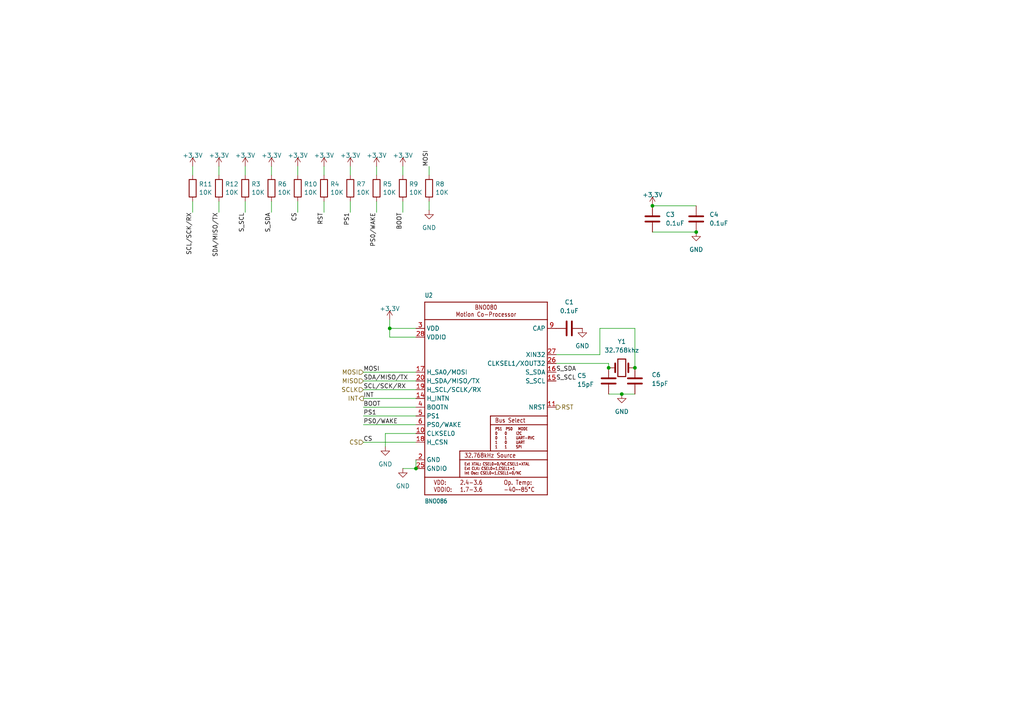
<source format=kicad_sch>
(kicad_sch (version 20231120) (generator "eeschema") (generator_version "8.0")
  (paper "A4")
  (lib_symbols
    (symbol "Adafruit_BNO08x-eagle-import:BNO080"
      (property "Reference" "U" (at -17.78 29.21 0))
      (symbol "BNO080_1_0"
        (polyline (pts (xy -17.78 -27.94) (xy 17.78 -27.94)) (stroke (width 0.254)))
        (polyline (pts (xy -17.78 -22.86) (xy -17.78 -27.94)) (stroke (width 0.254)))
        (polyline (pts (xy -17.78 -22.86) (xy -17.78 22.86)) (stroke (width 0.254)))
        (polyline (pts (xy -17.78 22.86) (xy -17.78 27.94)) (stroke (width 0.254)))
        (polyline (pts (xy -17.78 22.86) (xy 17.78 22.86)) (stroke (width 0.254)))
        (polyline (pts (xy -17.78 27.94) (xy 17.78 27.94)) (stroke (width 0.254)))
        (polyline (pts (xy -7.62 -22.86) (xy -17.78 -22.86)) (stroke (width 0.254)))
        (polyline (pts (xy -7.62 -22.86) (xy -7.62 -17.78)) (stroke (width 0.254)))
        (polyline (pts (xy -7.62 -17.78) (xy -7.62 -15.24)) (stroke (width 0.254)))
        (polyline (pts (xy -7.62 -17.78) (xy 17.78 -17.78)) (stroke (width 0.254)))
        (polyline (pts (xy -7.62 -15.24) (xy 1.27 -15.24)) (stroke (width 0.254)))
        (polyline (pts (xy 1.27 -15.24) (xy 17.78 -15.24)) (stroke (width 0.254)))
        (polyline (pts (xy 1.27 -7.62) (xy 1.27 -15.24)) (stroke (width 0.254)))
        (polyline (pts (xy 1.27 -7.62) (xy 17.78 -7.62)) (stroke (width 0.254)))
        (polyline (pts (xy 1.27 -5.08) (xy 1.27 -7.62)) (stroke (width 0.254)))
        (polyline (pts (xy 17.78 -27.94) (xy 17.78 -22.86)) (stroke (width 0.254)))
        (polyline (pts (xy 17.78 -22.86) (xy -7.62 -22.86)) (stroke (width 0.254)))
        (polyline (pts (xy 17.78 -17.78) (xy 17.78 -22.86)) (stroke (width 0.254)))
        (polyline (pts (xy 17.78 -15.24) (xy 17.78 -17.78)) (stroke (width 0.254)))
        (polyline (pts (xy 17.78 -7.62) (xy 17.78 -15.24)) (stroke (width 0.254)))
        (polyline (pts (xy 17.78 -5.08) (xy 1.27 -5.08)) (stroke (width 0.254)))
        (polyline (pts (xy 17.78 -5.08) (xy 17.78 -7.62)) (stroke (width 0.254)))
        (polyline (pts (xy 17.78 22.86) (xy 17.78 -5.08)) (stroke (width 0.254)))
        (polyline (pts (xy 17.78 27.94) (xy 17.78 22.86)) (stroke (width 0.254)))
        (text "2.4-3.6\n1.7-3.6" (at -7.62 -25.4 0) (effects (font (size 1.27 1.0795)) (justify left)))
        (text "32.768kHz Source" (at -6.35 -16.51 0) (effects (font (size 1.27 1.0795)) (justify left)))
        (text "BNO080\nMotion Co-Processor" (at 0 25.4 0) (effects (font (size 1.27 1.0795))))
        (text "Bus Select" (at 2.54 -6.35 0) (effects (font (size 1.27 1.0795)) (justify left)))
        (text "Ext XTAL: CSEL0=0/NC,CSEL1=XTAL\nExt CLK: CSEL0=1,CSEL1=1\nInt Osc: CSEL0=1,CSEL1=0/NC" (at -6.35 -20.32 0) (effects (font (size 0.8128 0.6908)) (justify left)))
        (text "Op. Temp:\n-40~~85°C" (at 5.08 -25.4 0) (effects (font (size 1.27 1.0795)) (justify left)))
        (text "PS1  PS0   MODE\n0    0     I2C\n0    1     UART-RVC\n1    0     UART\n1    1     SPI" (at 2.54 -11.43 0) (effects (font (size 0.8128 0.6908)) (justify left)))
        (text "VDD:\nVDDIO:" (at -15.24 -25.4 0) (effects (font (size 1.27 1.0795)) (justify left)))
        (pin input line (at -20.32 -10.16 0) (length 2.54) (name "CLKSEL0") (number "10"))
        (pin input line (at 20.32 -2.54 180) (length 2.54) (name "NRST") (number "11"))
        (pin output line (at -20.32 0 0) (length 2.54) (name "H_INTN") (number "14"))
        (pin bidirectional line (at 20.32 5.08 180) (length 2.54) (name "S_SCL") (number "15"))
        (pin bidirectional line (at 20.32 7.62 180) (length 2.54) (name "S_SDA") (number "16"))
        (pin output line (at -20.32 7.62 0) (length 2.54) (name "H_SA0/MOSI") (number "17"))
        (pin input line (at -20.32 -12.7 0) (length 2.54) (name "H_CSN") (number "18"))
        (pin bidirectional line (at -20.32 2.54 0) (length 2.54) (name "H_SCL/SCLK/RX") (number "19"))
        (pin power_in line (at -20.32 -17.78 0) (length 2.54) (name "GND") (number "2"))
        (pin bidirectional line (at -20.32 5.08 0) (length 2.54) (name "H_SDA/MISO/TX") (number "20"))
        (pin power_in line (at -20.32 -20.32 0) (length 2.54) (name "GNDIO") (number "25"))
        (pin output line (at 20.32 10.16 180) (length 2.54) (name "CLKSEL1/XOUT32") (number "26"))
        (pin input line (at 20.32 12.7 180) (length 2.54) (name "XIN32") (number "27"))
        (pin power_in line (at -20.32 17.78 0) (length 2.54) (name "VDDIO") (number "28"))
        (pin power_in line (at -20.32 20.32 0) (length 2.54) (name "VDD") (number "3"))
        (pin input line (at -20.32 -2.54 0) (length 2.54) (name "BOOTN") (number "4"))
        (pin input line (at -20.32 -5.08 0) (length 2.54) (name "PS1") (number "5"))
        (pin input line (at -20.32 -7.62 0) (length 2.54) (name "PS0/WAKE") (number "6"))
        (pin passive line (at 20.32 20.32 180) (length 2.54) (name "CAP") (number "9"))
      )
    )
    (symbol "Device:C" (pin_numbers hide) (pin_names (offset 0.254))
      (property "Reference" "C" (at 0.635 2.54 0))
      (property "Value" "C" (at 0.635 -2.54 0))
      (symbol "C_0_1"
        (polyline (pts (xy -2.032 -0.762) (xy 2.032 -0.762)) (stroke (width 0.508)))
        (polyline (pts (xy -2.032 0.762) (xy 2.032 0.762)) (stroke (width 0.508)))
      )
      (symbol "C_1_1"
        (pin passive line (at 0 3.81 270) (length 2.794) (name "~") (number "1"))
        (pin passive line (at 0 -3.81 90) (length 2.794) (name "~") (number "2"))
      )
    )
    (symbol "Device:Crystal" (pin_numbers hide) (pin_names (offset 1.016) hide)
      (property "Reference" "Y" (at 0 3.81 0))
      (property "Value" "Crystal" (at 0 -3.81 0))
      (symbol "Crystal_0_1"
        (rectangle (start -1.143 2.54) (end 1.143 -2.54) (stroke (width 0.3048)))
        (polyline (pts (xy -2.54 0) (xy -1.905 0)))
        (polyline (pts (xy -1.905 -1.27) (xy -1.905 1.27)) (stroke (width 0.508)))
        (polyline (pts (xy 1.905 -1.27) (xy 1.905 1.27)) (stroke (width 0.508)))
        (polyline (pts (xy 2.54 0) (xy 1.905 0)))
      )
      (symbol "Crystal_1_1"
        (pin passive line (at -3.81 0 0) (length 1.27) (name "1") (number "1"))
        (pin passive line (at 3.81 0 180) (length 1.27) (name "2") (number "2"))
      )
    )
    (symbol "Device:R" (pin_numbers hide) (pin_names (offset 0))
      (property "Reference" "R" (at 2.032 0 90))
      (property "Value" "R" (at 0 0 90))
      (symbol "R_0_1"
        (rectangle (start -1.016 -2.54) (end 1.016 2.54) (stroke (width 0.254)))
      )
      (symbol "R_1_1"
        (pin passive line (at 0 3.81 270) (length 1.27) (name "~") (number "1"))
        (pin passive line (at 0 -3.81 90) (length 1.27) (name "~") (number "2"))
      )
    )
    (symbol "power:+3.3V" (power) (pin_names (offset 0))
      (property "Value" "+3.3V" (at 0 3.556 0))
      (symbol "+3.3V_0_1"
        (polyline (pts (xy -0.762 1.27) (xy 0 2.54)))
        (polyline (pts (xy 0 0) (xy 0 2.54)))
        (polyline (pts (xy 0 2.54) (xy 0.762 1.27)))
      )
      (symbol "+3.3V_1_1"
        (pin power_in line (at 0 0 90) (length 0) hide (name "+3.3V") (number "1"))
      )
    )
    (symbol "power:GND" (power) (pin_numbers hide) (pin_names (offset 0) hide)
      (property "Value" "GND" (at 0 -3.81 0))
      (symbol "GND_0_1"
        (polyline (pts (xy 0 0) (xy 0 -1.27) (xy 1.27 -1.27) (xy 0 -2.54) (xy -1.27 -1.27) (xy 0 -1.27)))
      )
      (symbol "GND_1_1"
        (pin power_in line (at 0 0 270) (length 0) (name "~") (number "1"))
      )
    )
  )
  (junction (at 189.23 59.69))
  (junction (at 201.93 67.31))
  (junction (at 113.03 95.25))
  (junction (at 180.34 114.3))
  (junction (at 176.53 106.68))
  (junction (at 184.15 106.68))
  (junction (at 120.65 135.89))
  (wire (pts (xy 78.74 48.26) (xy 78.74 50.8)))
  (wire (pts (xy 120.65 115.57) (xy 105.41 115.57)) (stroke (width 0.1524)))
  (wire (pts (xy 55.88 58.42) (xy 55.88 61.595)) (stroke (width 0.1524)))
  (wire (pts (xy 173.99 102.87) (xy 173.99 95.25)))
  (wire (pts (xy 189.23 67.31) (xy 201.93 67.31)))
  (wire (pts (xy 161.29 102.87) (xy 173.99 102.87)))
  (wire (pts (xy 116.84 135.89) (xy 120.65 135.89)))
  (wire (pts (xy 111.76 125.73) (xy 111.76 129.54)))
  (wire (pts (xy 124.46 58.42) (xy 124.46 60.96)) (stroke (width 0.1524)))
  (wire (pts (xy 120.65 113.03) (xy 105.41 113.03)) (stroke (width 0.1524)))
  (wire (pts (xy 120.65 118.11) (xy 105.41 118.11)) (stroke (width 0.1524)))
  (wire (pts (xy 63.5 48.26) (xy 63.5 50.8)))
  (wire (pts (xy 71.12 58.42) (xy 71.12 61.595)) (stroke (width 0.1524)))
  (wire (pts (xy 120.65 110.49) (xy 105.41 110.49)) (stroke (width 0.1524)))
  (wire (pts (xy 116.84 50.8) (xy 116.84 48.26)) (stroke (width 0.1524)))
  (wire (pts (xy 55.88 50.8) (xy 55.88 48.26)) (stroke (width 0.1524)))
  (wire (pts (xy 173.99 95.25) (xy 184.15 95.25)))
  (wire (pts (xy 120.65 120.65) (xy 105.41 120.65)) (stroke (width 0.1524)))
  (wire (pts (xy 109.22 58.42) (xy 109.22 61.595)) (stroke (width 0.1524)))
  (wire (pts (xy 109.22 48.26) (xy 109.22 50.8)))
  (wire (pts (xy 63.5 58.42) (xy 63.5 61.595)) (stroke (width 0.1524)))
  (wire (pts (xy 78.74 58.42) (xy 78.74 61.595)) (stroke (width 0.1524)))
  (wire (pts (xy 180.34 114.3) (xy 184.15 114.3)))
  (wire (pts (xy 189.23 59.69) (xy 201.93 59.69)))
  (wire (pts (xy 101.6 50.8) (xy 101.6 48.26)) (stroke (width 0.1524)))
  (wire (pts (xy 113.03 95.25) (xy 113.03 97.79)))
  (wire (pts (xy 180.34 114.3) (xy 176.53 114.3)))
  (wire (pts (xy 101.6 58.42) (xy 101.6 61.595)) (stroke (width 0.1524)))
  (wire (pts (xy 86.36 50.8) (xy 86.36 48.26)) (stroke (width 0.1524)))
  (wire (pts (xy 120.65 128.27) (xy 105.41 128.27)) (stroke (width 0.1524)))
  (wire (pts (xy 113.03 95.25) (xy 120.65 95.25)))
  (wire (pts (xy 105.41 123.19) (xy 120.65 123.19)) (stroke (width 0.1524)))
  (wire (pts (xy 120.65 133.35) (xy 120.65 135.89)))
  (wire (pts (xy 184.15 95.25) (xy 184.15 106.68)))
  (wire (pts (xy 176.53 105.41) (xy 161.29 105.41)))
  (wire (pts (xy 93.98 58.42) (xy 93.98 61.595)) (stroke (width 0.1524)))
  (wire (pts (xy 120.65 107.95) (xy 105.41 107.95)) (stroke (width 0.1524)))
  (wire (pts (xy 111.76 125.73) (xy 120.65 125.73)))
  (wire (pts (xy 124.46 48.26) (xy 124.46 50.8)))
  (wire (pts (xy 113.03 97.79) (xy 120.65 97.79)))
  (wire (pts (xy 113.03 92.71) (xy 113.03 95.25)))
  (wire (pts (xy 93.98 48.26) (xy 93.98 50.8)))
  (wire (pts (xy 71.12 50.8) (xy 71.12 48.26)) (stroke (width 0.1524)))
  (wire (pts (xy 116.84 58.42) (xy 116.84 61.595)) (stroke (width 0.1524)))
  (wire (pts (xy 86.36 58.42) (xy 86.36 61.595)) (stroke (width 0.1524)))
  (wire (pts (xy 176.53 105.41) (xy 176.53 106.68)))
  (label "CS" (at 105.41 128.27 0) (effects (font (size 1.2446 1.2446))))
  (label "PS1" (at 101.6 61.595 270) (effects (font (size 1.2446 1.2446))))
  (label "S_SCL" (at 161.29 110.49 0) (effects (font (size 1.2446 1.2446))))
  (label "SDA/MISO/TX" (at 105.41 110.49 0) (effects (font (size 1.2446 1.2446))))
  (label "BOOT" (at 116.84 61.595 270) (effects (font (size 1.2446 1.2446))))
  (label "PS1" (at 105.41 120.65 0) (effects (font (size 1.2446 1.2446))))
  (label "CS" (at 86.36 61.595 270) (effects (font (size 1.2446 1.2446))))
  (label "MOSI" (at 124.46 48.26 90) (effects (font (size 1.2446 1.2446))))
  (label "S_SDA" (at 78.74 61.595 270) (effects (font (size 1.2446 1.2446))))
  (label "RST" (at 93.98 61.595 270) (effects (font (size 1.2446 1.2446))))
  (label "PS0{slash}WAKE" (at 105.41 123.19 0) (effects (font (size 1.2446 1.2446))))
  (label "SDA/MISO/TX" (at 63.5 61.595 270) (effects (font (size 1.2446 1.2446))))
  (label "S_SDA" (at 161.29 107.95 0) (effects (font (size 1.2446 1.2446))))
  (label "PS0{slash}WAKE" (at 109.22 61.595 270) (effects (font (size 1.2446 1.2446))))
  (label "SCL/SCK/RX" (at 105.41 113.03 0) (effects (font (size 1.2446 1.2446))))
  (label "SCL/SCK/RX" (at 55.88 61.595 270) (effects (font (size 1.2446 1.2446))))
  (label "MOSI" (at 105.41 107.95 0) (effects (font (size 1.2446 1.2446))))
  (label "BOOT" (at 105.41 118.11 0) (effects (font (size 1.2446 1.2446))))
  (label "INT" (at 105.41 115.57 0) (effects (font (size 1.2446 1.2446))))
  (label "S_SCL" (at 71.12 61.595 270) (effects (font (size 1.2446 1.2446))))
  (hierarchical_label "CS" (shape input) (at 105.41 128.27 180))
  (hierarchical_label "MOSI" (shape input) (at 105.41 107.95 180))
  (hierarchical_label "SCLK" (shape input) (at 105.41 113.03 180))
  (hierarchical_label "MISO" (shape input) (at 105.41 110.49 180))
  (hierarchical_label "INT" (shape output) (at 105.41 115.57 180))
  (hierarchical_label "RST" (shape output) (at 161.29 118.11 0))
  (symbol (lib_id "power:+3.3V") (at 63.5 48.26 0) (unit 1)
    (property "Reference" "#PWR01122" (effects (hide yes)))
    (property "Value" "+3.3V" (at 63.5 45.085 0))
  )
  (symbol (lib_id "Device:R") (at 116.84 54.61 0) (unit 1)
    (property "Reference" "R9" (at 118.618 53.3979 0) (effects (justify left)))
    (property "Value" "10K" (at 118.618 55.8221 0) (effects (justify left)))
    (property "Footprint" "Resistor_SMD:R_0603_1608Metric_Pad0.98x0.95mm_HandSolder" (effects (hide yes)))
    (property "MPN" "RC0603FR-7W10KL" (effects (hide yes)))
  )
  (symbol (lib_id "Device:R") (at 78.74 54.61 0) (unit 1)
    (property "Reference" "R6" (at 80.518 53.3979 0) (effects (justify left)))
    (property "Value" "10K" (at 80.518 55.8221 0) (effects (justify left)))
    (property "Footprint" "Resistor_SMD:R_0603_1608Metric_Pad0.98x0.95mm_HandSolder" (effects (hide yes)))
    (property "MPN" "RC0603FR-7W10KL" (effects (hide yes)))
  )
  (symbol (lib_id "Device:C") (at 184.15 110.49 0) (unit 1)
    (property "Reference" "C6" (at 188.976 108.712 0) (effects (justify left)))
    (property "Value" "15pF" (at 188.976 111.252 0) (effects (justify left)))
    (property "Footprint" "Capacitor_SMD:C_0603_1608Metric_Pad1.08x0.95mm_HandSolder" (effects (hide yes)))
    (property "Description" "Unpolarized capacitor" (effects (hide yes)))
  )
  (symbol (lib_id "power:+3.3V") (at 55.88 48.26 0) (unit 1)
    (property "Reference" "#PWR01116" (effects (hide yes)))
    (property "Value" "+3.3V" (at 55.88 45.085 0))
  )
  (symbol (lib_id "power:GND") (at 180.34 114.3 0) (unit 1)
    (property "Reference" "#PWR01118" (effects (hide yes)))
    (property "Value" "GND" (at 180.34 119.38 0))
    (property "Description" "Power symbol creates a global label with name \"GND\" , ground" (effects (hide yes)))
  )
  (symbol (lib_id "Device:R") (at 124.46 54.61 0) (unit 1)
    (property "Reference" "R8" (at 126.238 53.3979 0) (effects (justify left)))
    (property "Value" "10K" (at 126.238 55.8221 0) (effects (justify left)))
    (property "Footprint" "Resistor_SMD:R_0603_1608Metric_Pad0.98x0.95mm_HandSolder" (effects (hide yes)))
    (property "MPN" "RC0603FR-7W10KL" (effects (hide yes)))
  )
  (symbol (lib_id "power:+3.3V") (at 101.6 48.26 0) (unit 1)
    (property "Reference" "#PWR01127" (effects (hide yes)))
    (property "Value" "+3.3V" (at 101.6 45.085 0))
  )
  (symbol (lib_id "Device:C") (at 201.93 63.5 0) (unit 1)
    (property "Reference" "C4" (at 205.74 62.2299 0) (effects (justify left)))
    (property "Value" "0.1uF" (at 205.74 64.7699 0) (effects (justify left)))
    (property "Footprint" "Capacitor_SMD:C_0402_1005Metric_Pad0.74x0.62mm_HandSolder" (effects (hide yes)))
    (property "Description" "Unpolarized capacitor" (effects (hide yes)))
  )
  (symbol (lib_id "power:GND") (at 124.46 60.96 0) (unit 1)
    (property "Reference" "#PWR01121" (effects (hide yes)))
    (property "Value" "GND" (at 124.46 66.04 0))
    (property "Description" "Power symbol creates a global label with name \"GND\" , ground" (effects (hide yes)))
  )
  (symbol (lib_id "power:+3.3V") (at 116.84 48.26 0) (unit 1)
    (property "Reference" "#PWR01129" (effects (hide yes)))
    (property "Value" "+3.3V" (at 116.84 45.085 0))
  )
  (symbol (lib_id "Device:R") (at 71.12 54.61 0) (unit 1)
    (property "Reference" "R3" (at 72.898 53.3979 0) (effects (justify left)))
    (property "Value" "10K" (at 72.898 55.8221 0) (effects (justify left)))
    (property "Footprint" "Resistor_SMD:R_0603_1608Metric_Pad0.98x0.95mm_HandSolder" (effects (hide yes)))
    (property "MPN" "RC0603FR-7W10KL" (effects (hide yes)))
  )
  (symbol (lib_id "Device:Crystal") (at 180.34 106.68 0) (unit 1)
    (property "Reference" "Y1" (at 180.34 99.06 0))
    (property "Value" "32.768khz" (at 180.34 101.6 0))
    (property "Footprint" "Crystal:Crystal_SMD_MicroCrystal_CC5V-T1A-2Pin_4.1x1.5mm" (effects (hide yes)))
    (property "Description" "Two pin crystal" (effects (hide yes)))
  )
  (symbol (lib_id "Device:R") (at 109.22 54.61 0) (unit 1)
    (property "Reference" "R5" (at 110.998 53.3979 0) (effects (justify left)))
    (property "Value" "10K" (at 110.998 55.8221 0) (effects (justify left)))
    (property "Footprint" "Resistor_SMD:R_0603_1608Metric_Pad0.98x0.95mm_HandSolder" (effects (hide yes)))
    (property "MPN" "RC0603FR-7W10KL" (effects (hide yes)))
  )
  (symbol (lib_id "power:GND") (at 116.84 135.89 0) (unit 1)
    (property "Reference" "#PWR01117" (effects (hide yes)))
    (property "Value" "GND" (at 116.84 140.97 0))
    (property "Description" "Power symbol creates a global label with name \"GND\" , ground" (effects (hide yes)))
  )
  (symbol (lib_id "power:+3.3V") (at 93.98 48.26 0) (unit 1)
    (property "Reference" "#PWR01126" (effects (hide yes)))
    (property "Value" "+3.3V" (at 93.98 45.085 0))
  )
  (symbol (lib_id "Adafruit_BNO08x-eagle-import:BNO080") (at 140.97 115.57 0) (unit 1)
    (property "Reference" "U2" (at 123.19 86.36 0) (effects (font (size 1.27 1.0795)) (justify left bottom)))
    (property "Value" "BNO086" (at 123.19 146.05 0) (effects (font (size 1.27 1.0795)) (justify left bottom)))
    (property "Footprint" "CM5IO:BNO086" (effects (hide yes)))
    (property "MPN" "BNO086" (effects (hide yes)))
  )
  (symbol (lib_id "power:+3.3V") (at 189.23 59.69 0) (unit 1)
    (property "Reference" "#PWR01115" (effects (hide yes)))
    (property "Value" "+3.3V" (at 189.23 56.515 0))
  )
  (symbol (lib_id "power:+3.3V") (at 71.12 48.26 0) (unit 1)
    (property "Reference" "#PWR01123" (effects (hide yes)))
    (property "Value" "+3.3V" (at 71.12 45.085 0))
  )
  (symbol (lib_id "Device:C") (at 176.53 110.49 0) (unit 1)
    (property "Reference" "C5" (at 167.386 108.966 0) (effects (justify left)))
    (property "Value" "15pF" (at 167.386 111.506 0) (effects (justify left)))
    (property "Footprint" "Capacitor_SMD:C_0603_1608Metric_Pad1.08x0.95mm_HandSolder" (effects (hide yes)))
    (property "Description" "Unpolarized capacitor" (effects (hide yes)))
  )
  (symbol (lib_id "power:GND") (at 168.91 95.25 0) (unit 1)
    (property "Reference" "#PWR01120" (effects (hide yes)))
    (property "Value" "GND" (at 168.91 100.33 0))
    (property "Description" "Power symbol creates a global label with name \"GND\" , ground" (effects (hide yes)))
  )
  (symbol (lib_id "power:+3.3V") (at 113.03 92.71 0) (unit 1)
    (property "Reference" "#PWR01113" (effects (hide yes)))
    (property "Value" "+3.3V" (at 113.03 89.535 0))
  )
  (symbol (lib_id "Device:R") (at 55.88 54.61 0) (unit 1)
    (property "Reference" "R11" (at 57.658 53.3979 0) (effects (justify left)))
    (property "Value" "10K" (at 57.658 55.8221 0) (effects (justify left)))
    (property "Footprint" "Resistor_SMD:R_0603_1608Metric_Pad0.98x0.95mm_HandSolder" (effects (hide yes)))
    (property "MPN" "RC0603FR-7W10KL" (effects (hide yes)))
  )
  (symbol (lib_id "Device:R") (at 63.5 54.61 0) (unit 1)
    (property "Reference" "R12" (at 65.278 53.3979 0) (effects (justify left)))
    (property "Value" "10K" (at 65.278 55.8221 0) (effects (justify left)))
    (property "Footprint" "Resistor_SMD:R_0603_1608Metric_Pad0.98x0.95mm_HandSolder" (effects (hide yes)))
    (property "MPN" "RC0603FR-7W10KL" (effects (hide yes)))
  )
  (symbol (lib_id "Device:R") (at 101.6 54.61 0) (unit 1)
    (property "Reference" "R7" (at 103.378 53.3979 0) (effects (justify left)))
    (property "Value" "10K" (at 103.378 55.8221 0) (effects (justify left)))
    (property "Footprint" "Resistor_SMD:R_0603_1608Metric_Pad0.98x0.95mm_HandSolder" (effects (hide yes)))
    (property "MPN" "RC0603FR-7W10KL" (effects (hide yes)))
  )
  (symbol (lib_id "power:+3.3V") (at 78.74 48.26 0) (unit 1)
    (property "Reference" "#PWR01124" (effects (hide yes)))
    (property "Value" "+3.3V" (at 78.74 45.085 0))
  )
  (symbol (lib_id "power:+3.3V") (at 109.22 48.26 0) (unit 1)
    (property "Reference" "#PWR01128" (effects (hide yes)))
    (property "Value" "+3.3V" (at 109.22 45.085 0))
  )
  (symbol (lib_id "power:GND") (at 111.76 129.54 0) (unit 1)
    (property "Reference" "#PWR01119" (effects (hide yes)))
    (property "Value" "GND" (at 111.76 134.62 0))
    (property "Description" "Power symbol creates a global label with name \"GND\" , ground" (effects (hide yes)))
  )
  (symbol (lib_id "Device:R") (at 93.98 54.61 0) (unit 1)
    (property "Reference" "R4" (at 95.758 53.3979 0) (effects (justify left)))
    (property "Value" "10K" (at 95.758 55.8221 0) (effects (justify left)))
    (property "Footprint" "Resistor_SMD:R_0603_1608Metric_Pad0.98x0.95mm_HandSolder" (effects (hide yes)))
    (property "MPN" "RC0603FR-7W10KL" (effects (hide yes)))
  )
  (symbol (lib_id "power:GND") (at 201.93 67.31 0) (unit 1)
    (property "Reference" "#PWR01114" (effects (hide yes)))
    (property "Value" "GND" (at 201.93 72.39 0))
    (property "Description" "Power symbol creates a global label with name \"GND\" , ground" (effects (hide yes)))
  )
  (symbol (lib_id "Device:R") (at 86.36 54.61 0) (unit 1)
    (property "Reference" "R10" (at 88.138 53.3979 0) (effects (justify left)))
    (property "Value" "10K" (at 88.138 55.8221 0) (effects (justify left)))
    (property "Footprint" "Resistor_SMD:R_0603_1608Metric_Pad0.98x0.95mm_HandSolder" (effects (hide yes)))
    (property "MPN" "RC0603FR-7W10KL" (effects (hide yes)))
  )
  (symbol (lib_id "power:+3.3V") (at 86.36 48.26 0) (unit 1)
    (property "Reference" "#PWR01125" (effects (hide yes)))
    (property "Value" "+3.3V" (at 86.36 45.085 0))
  )
  (symbol (lib_id "Device:C") (at 189.23 63.5 0) (unit 1)
    (property "Reference" "C3" (at 193.04 62.2299 0) (effects (justify left)))
    (property "Value" "0.1uF" (at 193.04 64.7699 0) (effects (justify left)))
    (property "Footprint" "Capacitor_SMD:C_0402_1005Metric_Pad0.74x0.62mm_HandSolder" (effects (hide yes)))
    (property "Description" "Unpolarized capacitor" (effects (hide yes)))
  )
  (symbol (lib_id "Device:C") (at 165.1 95.25 90) (unit 1)
    (property "Reference" "C1" (at 165.1 87.63 90))
    (property "Value" "0.1uF" (at 165.1 90.17 90))
    (property "Footprint" "Capacitor_SMD:C_0402_1005Metric_Pad0.74x0.62mm_HandSolder" (effects (hide yes)))
    (property "Description" "Unpolarized capacitor" (effects (hide yes)))
  )
)
</source>
